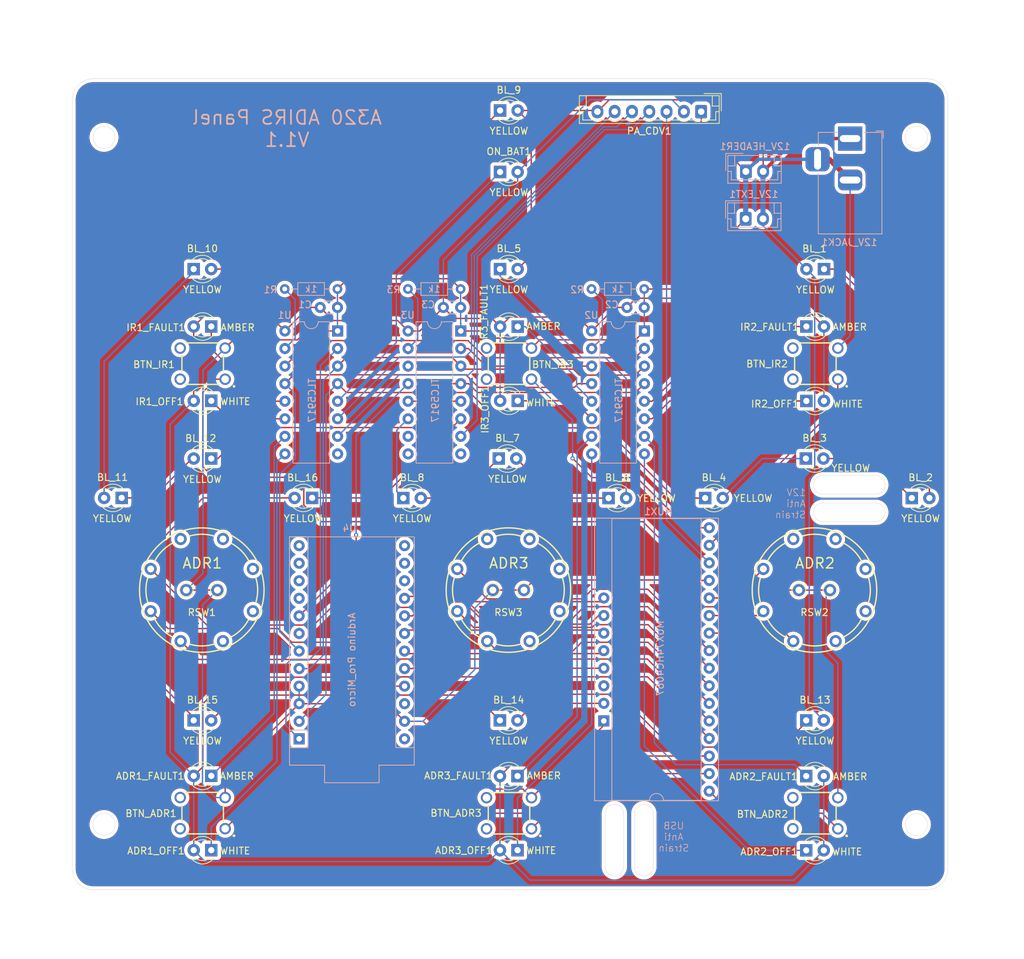
<source format=kicad_pcb>
(kicad_pcb (version 20240108) (generator "pcbnew") (generator_version "8.0")
  (title_block (title "A320 ADIRS Panel") (date "2024-11-28") (rev "V1.1") (company "S.K."))
  (layers (0 "F.Cu" signal) (31 "B.Cu" signal) (34 "B.Paste" user) (35 "F.Paste" user) (36 "B.SilkS" user "B.Silkscreen") (37 "F.SilkS" user "F.Silkscreen") (38 "B.Mask" user) (39 "F.Mask" user) (44 "Edge.Cuts" user))
  (net 0 "")
  (net 1 "12V_IN")
  (net 2 "GND")
  (net 3 "ADR1_FAULT")
  (net 4 "ADR1_OFF")
  (net 5 "+5V")
  (net 6 "ADR2_FAULT")
  (net 7 "ADR2_OFF")
  (net 8 "ADR3_FAULT")
  (net 9 "ADR3_OFF")
  (net 10 "Net-(BL_1-K)")
  (net 11 "Net-(BL_2-K)")
  (net 12 "Net-(BL_3-K)")
  (net 13 "BACKLIGHT_1")
  (net 14 "Net-(BL_5-K)")
  (net 15 "Net-(BL_6-K)")
  (net 16 "Net-(BL_7-K)")
  (net 17 "BACKLIGHT_2")
  (net 18 "Net-(BL_10-A)")
  (net 19 "Net-(BL_10-K)")
  (net 20 "Net-(BL_11-K)")
  (net 21 "BACKLIGHT_3")
  (net 22 "Net-(BL_13-K)")
  (net 23 "Net-(BL_14-K)")
  (net 24 "Net-(BL_15-K)")
  (net 25 "BACKLIGHT_4")
  (net 26 "IR1_FAULT")
  (net 28 "IR2_FAULT")
  (net 29 "BTN_ADR1")
  (net 30 "IR3_FAULT")
  (net 34 "BTN_ADR2")
  (net 37 "BTN_ADR3")
  (net 38 "BTN_IR1")
  (net 43 "BTN_IR2")
  (net 46 "BTN_IR3")
  (net 47 "ON_BAT")
  (net 53 "IR1_OFF")
  (net 54 "IR2_OFF")
  (net 55 "IR3_OFF")
  (net 56 "RSW_ADR1_OFF")
  (net 58 "RSW_ADR1_ATT")
  (net 59 "MUX1_DATA")
  (net 60 "RSW_ADR2_NAV")
  (net 61 "MUX_S0")
  (net 62 "MUX_S3")
  (net 65 "RSW_ADR3_ATT")
  (net 66 "Net-(U1-R-EXT)")
  (net 67 "Net-(U2-R-EXT)")
  (net 68 "Net-(U3-R-EXT)")
  (net 69 "RSW_ADR2_ATT")
  (net 70 "RSW_ADR1_NAV")
  (net 71 "RSW_ADR2_OFF")
  (net 82 "RSW_ADR3_NAV")
  (net 83 "RSW_ADR3_OFF")
  (net 93 "CDV_OFF")
  (net 95 "BTN_CDV_OFF")
  (net 99 "MUX_S2")
  (net 100 "MUX_S1")
  (net 101 "OSH_DOUT1")
  (net 102 "OSH_CLOCK")
  (net 103 "OSH_DIN")
  (net 104 "OUT_BRT_LED")
  (net 105 "OSH_LATCH")
  (net 106 "OSH_DOUT2")
  (net 107 "OUT_BRT_BACK")
  (net 108 "PA_IN_USE")
  (net 109 "BACKLIGHT_EXT")
  (footprint "LED_THT:LED_D3.0mm" (layer "F.Cu") (at 178.6382 124.968)
    (property "Reference" "BL_13")
    (property "Value" "YELLOW")
  )
  (footprint "LED_THT:LED_D3.0mm" (layer "F.Cu") (at 181.2136 59.69 180)
    (property "Reference" "BL_1")
    (property "Value" "YELLOW")
  )
  (footprint "LED_THT:LED_D3.0mm" (layer "F.Cu") (at 92.6338 78.74 180)
    (property "Reference" "IR1_OFF1")
    (property "Value" "WHITE")
  )
  (footprint "My:SR16-AB" (layer "F.Cu") (at 179.832 106.1212)
    (property "Reference" "RSW2")
    (property "Value" "ADR2")
  )
  (footprint "LED_THT:LED_D3.0mm" (layer "F.Cu") (at 120.396 92.8116)
    (property "Reference" "BL_8")
    (property "Value" "YELLOW")
  )
  (footprint "LED_THT:LED_D3.0mm" (layer "F.Cu") (at 150.0632 92.8116)
    (property "Reference" "BL_6")
    (property "Value" "YELLOW")
  )
  (footprint "LED_THT:LED_D3.0mm" (layer "F.Cu") (at 134.3814 59.69)
    (property "Reference" "BL_5")
    (property "Value" "YELLOW")
  )
  (footprint "SamacSys_Parts:B3F1000" (layer "F.Cu") (at 135.6747 138.3945)
    (property "Reference" "BTN_ADR3")
    (property "Value" "B3F-1055" (hide yes))
  )
  (footprint "My:SR16-AB" (layer "F.Cu") (at 135.5852 106.1212)
    (property "Reference" "RSW3")
    (property "Value" "ADR3")
  )
  (footprint "LED_THT:LED_D3.0mm" (layer "F.Cu") (at 134.356 124.968)
    (property "Reference" "BL_14")
    (property "Value" "YELLOW")
  )
  (footprint "LED_THT:LED_D3.0mm" (layer "F.Cu") (at 134.3814 36.7538)
    (property "Reference" "BL_9")
    (property "Value" "YELLOW")
  )
  (footprint "LED_THT:LED_D3.0mm" (layer "F.Cu") (at 136.906 143.7386 180)
    (property "Reference" "ADR3_OFF1")
    (property "Value" "WHITE")
  )
  (footprint "My:SR16-AB" (layer "F.Cu") (at 91.2622 106.1212)
    (property "Reference" "RSW1")
    (property "Value" "ADR1")
  )
  (footprint "SamacSys_Parts:B3F1000" (layer "F.Cu") (at 91.3892 73.3705)
    (property "Reference" "BTN_IR1")
    (property "Value" "B3F-1055" (hide yes))
  )
  (footprint "LED_THT:LED_D3.0mm" (layer "F.Cu") (at 134.1882 87.0966)
    (property "Reference" "BL_7")
    (property "Value" "YELLOW")
  )
  (footprint "LED_THT:LED_D3.0mm" (layer "F.Cu") (at 164.0332 92.8116)
    (property "Reference" "BL_4")
    (property "Value" "YELLOW")
  )
  (footprint "LED_THT:LED_D3.0mm" (layer "F.Cu") (at 136.9314 68.0212 180)
    (property "Reference" "IR3_FAULT1")
    (property "Value" "AMBER")
  )
  (footprint "LED_THT:LED_D3.0mm" (layer "F.Cu") (at 134.3814 45.6438)
    (property "Reference" "ON_BAT1")
    (property "Value" "YELLOW")
  )
  (footprint "LED_THT:LED_D3.0mm" (layer "F.Cu") (at 107.2134 92.7862 180)
    (property "Reference" "BL_16")
    (property "Value" "YELLOW")
  )
  (footprint "LED_THT:LED_D3.0mm" (layer "F.Cu") (at 193.9036 92.8116)
    (property "Reference" "BL_2")
    (property "Value" "YELLOW")
  )
  (footprint "SamacSys_Parts:B3F1000" (layer "F.Cu") (at 179.9602 138.394)
    (property "Reference" "BTN_ADR2")
    (property "Value" "B3F-1055" (hide yes))
  )
  (footprint "LED_THT:LED_D3.0mm" (layer "F.Cu") (at 178.6382 143.764)
    (property "Reference" "ADR2_OFF1")
    (property "Value" "WHITE")
  )
  (footprint "LED_THT:LED_D3.0mm" (layer "F.Cu") (at 136.906 133.0198 180)
    (property "Reference" "ADR3_FAULT1")
    (property "Value" "AMBER")
  )
  (footprint "LED_THT:LED_D3.0mm" (layer "F.Cu") (at 92.6338 67.9958 180)
    (property "Reference" "IR1_FAULT1")
    (property "Value" "AMBER")
  )
  (footprint "LED_THT:LED_D3.0mm" (layer "F.Cu") (at 178.6382 133.0198)
    (property "Reference" "ADR2_FAULT1")
    (property "Value" "AMBER")
  )
  (footprint "SamacSys_Parts:B3F1000" (layer "F.Cu") (at 135.6747 73.3705)
    (property "Reference" "BTN_IR3")
    (property "Value" "B3F-1055" (hide yes))
  )
  (footprint "LED_THT:LED_D3.0mm" (layer "F.Cu") (at 92.6338 87.0966 180)
    (property "Reference" "BL_12")
    (property "Value" "YELLOW")
  )
  (footprint "Connector_JST:JST_EH_B7B-EH-A_1x07_P2.50mm_Vertical" (layer "F.Cu") (at 163.45 36.92 180)
    (property "Reference" "PA_CDV1")
    (property "Value" "Pin Header")
  )
  (footprint "SamacSys_Parts:B3F1000" (layer "F.Cu") (at 91.3892 138.3792)
    (property "Reference" "BTN_ADR1")
    (property "Value" "B3F-1055" (hide yes))
  )
  (footprint "LED_THT:LED_D3.0mm" (layer "F.Cu") (at 178.5874 87.0966)
    (property "Reference" "BL_3")
    (property "Value" "YELLOW")
  )
  (footprint "LED_THT:LED_D3.0mm" (layer "F.Cu") (at 90.0838 59.69)
    (property "Reference" "BL_10")
    (property "Value" "YELLOW")
  )
  (footprint "LED_THT:LED_D3.0mm" (layer "F.Cu") (at 90.0838 124.968)
    (property "Reference" "BL_15")
    (property "Value" "YELLOW")
  )
  (footprint "LED_THT:LED_D3.0mm" (layer "F.Cu") (at 92.6338 143.7386 180)
    (property "Reference" "ADR1_OFF1")
    (property "Value" "WHITE")
  )
  (footprint "LED_THT:LED_D3.0mm" (layer "F.Cu") (at 178.6636 67.9958)
    (property "Reference" "IR2_FAULT1")
    (property "Value" "AMBER")
  )
  (footprint "LED_THT:LED_D3.0mm" (layer "F.Cu") (at 79.6798 92.7862 180)
    (property "Reference" "BL_11")
    (property "Value" "YELLOW")
  )
  (footprint "SamacSys_Parts:B3F1000" (layer "F.Cu") (at 179.9602 73.3705)
    (property "Reference" "BTN_IR2")
    (property "Value" "B3F-1055" (hide yes))
  )
  (footprint "LED_THT:LED_D3.0mm" (layer "F.Cu") (at 136.9314 78.74 180)
    (property "Reference" "IR3_OFF1")
    (property "Value" "WHITE")
  )
  (footprint "LED_THT:LED_D3.0mm" (layer "F.Cu") (at 178.6636 78.7654)
    (property "Reference" "IR2_OFF1")
    (property "Value" "WHITE")
  )
  (footprint "LED_THT:LED_D3.0mm" (layer "F.Cu") (at 92.6338 132.9944 180)
    (property "Reference" "ADR1_FAULT1")
    (property "Value" "AMBER")
  )
  (footprint "My:MUX74HC4067" (layer "B.Cu") (at 157.5308 115.9764 180)
    (property "Reference" "MUX1")
    (property "Value" "MUX74HC4067")
  )
  (footprint "Capacitor_THT:C_Disc_D3.0mm_W1.6mm_P2.50mm" (layer "B.Cu") (at 108.378 65.2398)
    (property "Reference" "C1")
    (property "Value" "0.1uF Ceramic" (hide yes))
  )
  (footprint "Capacitor_THT:C_Disc_D3.0mm_W1.6mm_P2.50mm" (layer "B.Cu") (at 126.1834 65.2398)
    (property "Reference" "C3")
    (property "Value" "0.1uF Ceramic" (hide yes))
  )
  (footprint "Package_DIP:DIP-16_W7.62mm" (layer "B.Cu") (at 110.898 68.6434 180)
    (property "Reference" "U1")
    (property "Value" "TLC5917")
  )
  (footprint "Capacitor_THT:C_Disc_D3.0mm_W1.6mm_P2.50mm" (layer "B.Cu") (at 152.7264 65.2398)
    (property "Reference" "C2")
    (property "Value" "0.1uF Ceramic" (hide yes))
  )
  (footprint "Arduino:Sparkfun_Pro_Micro" (layer "B.Cu") (at 120.5738 99.695 180)
    (property "Reference" "U4")
    (property "Value" "Arduino Pro_Micro")
  )
  (footprint "Resistor_THT:R_Axial_DIN0204_L3.6mm_D1.6mm_P7.62mm_Horizontal" (layer "B.Cu") (at 121.058 62.5728)
    (property "Reference" "R3")
    (property "Value" "1k")
  )
  (footprint "Connector_JST:JST_EH_B2B-EH-A_1x02_P2.50mm_Vertical" (layer "B.Cu") (at 169.8898 52.4256)
    (property "Reference" "12V_EXT1")
    (property "Value" "Pin Header" (hide yes))
  )
  (footprint "Package_DIP:DIP-16_W7.62mm" (layer "B.Cu") (at 128.7034 68.6434 180)
    (property "Reference" "U3")
    (property "Value" "TLC5917")
  )
  (footprint "Connector_JST:JST_EH_B2B-EH-A_1x02_P2.50mm_Vertical" (layer "B.Cu") (at 169.9152 45.5676)
    (property "Reference" "12V_HEADER1")
    (property "Value" "Pin Header" (hide yes))
  )
  (footprint "Package_DIP:DIP-16_W7.62mm" (layer "B.Cu") (at 155.2464 68.6434 180)
    (property "Reference" "U2")
    (property "Value" "TLC5917")
  )
  (footprint "Resistor_THT:R_Axial_DIN0204_L3.6mm_D1.6mm_P7.62mm_Horizontal" (layer "B.Cu") (at 147.601 62.5728)
    (property "Reference" "R2")
    (property "Value" "1k")
  )
  (footprint "Connector_BarrelJack:BarrelJack_Horizontal" (layer "B.Cu") (at 184.9805 40.8122 90)
    (property "Reference" "12V_JACK1")
    (property "Value" "Power Jack")
  )
  (footprint "Resistor_THT:R_Axial_DIN0204_L3.6mm_D1.6mm_P7.62mm_Horizontal" (layer "B.Cu") (at 103.2526 62.5728)
    (property "Reference" "R1")
    (property "Value" "1k")
  )
  (gr_line (start 75.5424 32.1643) (end 196.115 32.1643) (stroke (width 0.05)) (layer "Edge.Cuts"))
  (gr_arc (start 199.115 146.4503) (mid 198.23632 148.57162) (end 196.115 149.4503) (stroke (width 0.05)) (layer "Edge.Cuts"))
  (gr_line (start 152.24639 146.12224) (end 152.24639 138.4554) (stroke (width 0.05)) (layer "Edge.Cuts"))
  (gr_circle (center 194.564 140.0302) (end 196.164 140.0302) (stroke (width 0.05)) (fill none) (layer "Edge.Cuts"))
  (gr_line (start 196.115 149.4503) (end 75.5424 149.4503) (stroke (width 0.05)) (layer "Edge.Cuts"))
  (gr_line (start 181.02382 89.56282) (end 188.69462 89.56282) (stroke (width 0.05)) (layer "Edge.Cuts"))
  (gr_line (start 181.02778 92.2528) (end 188.69462 92.2528) (stroke (width 0.05)) (layer "Edge.Cuts"))
  (gr_arc (start 152.2476 146.12224) (mid 150.90261 147.46729) (end 149.55762 146.12224) (stroke (width 0.05)) (layer "Edge.Cuts"))
  (gr_arc (start 196.115 32.1643) (mid 198.23632 33.04298) (end 199.115 35.1643) (stroke (width 0.05)) (layer "Edge.Cuts"))
  (gr_arc (start 156.51601 146.1262) (mid 155.17102 147.4712) (end 153.82603 146.1262) (stroke (width 0.05)) (layer "Edge.Cuts"))
  (gr_circle (center 77.124873 140.0302) (end 78.724873 140.0302) (stroke (width 0.05)) (fill none) (layer "Edge.Cuts"))
  (gr_arc (start 188.69457 93.53061) (mid 190.03949 94.8756) (end 188.69457 96.22059) (stroke (width 0.05)) (layer "Edge.Cuts"))
  (gr_line (start 72.5424 146.4503) (end 72.5424 35.1643) (stroke (width 0.05)) (layer "Edge.Cuts"))
  (gr_line (start 153.82482 146.13016) (end 153.82482 138.45936) (stroke (width 0.05)) (layer "Edge.Cuts"))
  (gr_line (start 181.02773 96.22059) (end 188.69457 96.22059) (stroke (width 0.05)) (layer "Edge.Cuts"))
  (gr_line (start 199.115 35.1643) (end 199.115 146.4503) (stroke (width 0.05)) (layer "Edge.Cuts"))
  (gr_arc (start 72.5424 35.1643) (mid 73.42108 33.04298) (end 75.5424 32.1643) (stroke (width 0.05)) (layer "Edge.Cuts"))
  (gr_arc (start 188.69462 89.56282) (mid 190.03958 90.9078) (end 188.69462 92.2528) (stroke (width 0.05)) (layer "Edge.Cuts"))
  (gr_line (start 156.5148 146.1262) (end 156.5148 138.45936) (stroke (width 0.05)) (layer "Edge.Cuts"))
  (gr_arc (start 181.02778 92.25401) (mid 179.68269 90.909) (end 181.02778 89.56403) (stroke (width 0.05)) (layer "Edge.Cuts"))
  (gr_line (start 181.02377 93.53061) (end 188.69457 93.53061) (stroke (width 0.05)) (layer "Edge.Cuts"))
  (gr_circle (center 194.564 40.64) (end 196.164 40.64) (stroke (width 0.05)) (fill none) (layer "Edge.Cuts"))
  (gr_arc (start 149.55641 138.4554) (mid 150.9014 137.1104) (end 152.24639 138.4554) (stroke (width 0.05)) (layer "Edge.Cuts"))
  (gr_arc (start 181.02773 96.2218) (mid 179.6827 94.8768) (end 181.02773 93.53182) (stroke (width 0.05)) (layer "Edge.Cuts"))
  (gr_arc (start 153.82482 138.45936) (mid 155.16981 137.11441) (end 156.5148 138.45936) (stroke (width 0.05)) (layer "Edge.Cuts"))
  (gr_circle (center 77.124873 40.64) (end 78.724873 40.64) (stroke (width 0.05)) (fill none) (layer "Edge.Cuts"))
  (gr_arc (start 75.5424 149.4503) (mid 73.42108 148.57162) (end 72.5424 146.4503) (stroke (width 0.05)) (layer "Edge.Cuts"))
  (gr_line (start 149.55641 146.1262) (end 149.55641 138.4554) (stroke (width 0.05)) (layer "Edge.Cuts"))
  (gr_text "USB\nAnti\nStrain" (at 159.4866 144.018 0) (layer "B.SilkS") (effects (font (size 1 1) (thickness 0.1)) (justify bottom mirror)))
  (gr_text "${TITLE}\n${REVISION}\n" (at 103.5812 42.164 0) (layer "B.SilkS") (effects (font (size 2 2) (thickness 0.25)) (justify bottom mirror)))
  (gr_text "12V\nAnti\nStrain" (at 178.6382 95.8088 0) (layer "B.SilkS") (effects (font (size 1 1) (thickness 0.1)) (justify left bottom mirror)))
  (segment (start 184.9805 40.8122) (end 177.1706 40.8122) (width 0.5) (layer "F.Cu") (net 1))
  (segment (start 165.84 35.21) (end 150.16 35.21) (width 0.2) (layer "F.Cu") (net 1))
  (segment (start 138.8872 57.7242) (end 138.8872 38.7196) (width 0.2) (layer "F.Cu") (net 1))
  (segment (start 136.9214 59.69) (end 138.8872 57.7242) (width 0.2) (layer "F.Cu") (net 1))
  (segment (start 136.9214 36.7538) (end 148.2838 36.7538) (width 0.2) (layer "F.Cu") (net 1))
  (segment (start 177.1706 40.8122) (end 172.4152 45.5676) (width 0.5) (layer "F.Cu") (net 1))
  (segment (start 150.16 35.21) (end 148.45 36.92) (width 0.2) (layer "F.Cu") (net 1))
  (segment (start 138.8872 38.7196) (end 136.9214 36.7538) (width 0.2) (layer "F.Cu") (net 1))
  (segment (start 172.4152 45.5676) (end 172.4152 41.7852) (width 0.2) (layer "F.Cu") (net 1))
  (segment (start 172.4152 41.7852) (end 165.84 35.21) (width 0.2) (layer "F.Cu") (net 1))
  (segment (start 179.8671 60.8835) (end 179.8671 89.304757) (width 0.2) (layer "B.Cu") (net 1))
  (segment (start 179.07 90.101857) (end 179.07 122.8598) (width 0.2) (layer "B.Cu") (net 1))
  (segment (start 178.6736 59.69) (end 179.8671 60.8835) (width 0.2) (layer "B.Cu") (net 1))
  (segment (start 172.3898 53.4062) (end 172.3898 52.4256) (width 0.2) (layer "B.Cu") (net 1))
  (segment (start 179.8671 89.304757) (end 179.07 90.101857) (width 0.2) (layer "B.Cu") (net 1))
  (segment (start 172.3898 52.4256) (end 172.3898 45.593) (width 0.75) (layer "B.Cu") (net 1))
  (segment (start 179.07 122.8598) (end 181.1782 124.968) (width 0.2) (layer "B.Cu") (net 1))
  (segment (start 178.6736 59.69) (end 172.3898 53.4062) (width 0.2) (layer "B.Cu") (net 1))
  (segment (start 105.3338 122.555) (end 118.0338 122.555) (width 0.2) (layer "F.Cu") (net 2))
  (segment (start 94.6392 133.2496) (end 105.3338 122.555) (width 0.2) (layer "F.Cu") (net 2))
  (segment (start 137.6796 134.8994) (end 138.9247 136.1445) (width 0.2) (layer "F.Cu") (net 2))
  (segment (start 123.2662 125.095) (end 133.0706 134.8994) (width 0.2) (layer "F.Cu") (net 2))
  (segment (start 132.567391 69.6722) (end 137.4764 69.6722) (width 0.2) (layer "F.Cu") (net 2))
  (segment (start 139.2974 104.659) (end 158.3292 104.659) (width 0.2) (layer "F.Cu") (net 2))
  (segment (start 158.3292 104.659) (end 162.2044 108.5342) (width 0.2) (layer "F.Cu") (net 2))
  (segment (start 131.538591 68.6434) (end 132.567391 69.6722) (width 0.2) (layer "F.Cu") (net 2))
  (segment (start 94.6392 71.1205) (end 95.8335 69.9262) (width 0.2) (layer "F.Cu") (net 2))
  (segment (start 94.6392 136.1292) (end 94.6392 133.2496) (width 0.2) (layer "F.Cu") (net 2))
  (segment (start 110.8726 62.5728) (end 112.3584 61.087) (width 0.2) (layer "F.Cu") (net 2))
  (segment (start 112.3584 61.087) (end 127.1922 61.087) (width 0.2) (layer "F.Cu") (net 2))
  (segment (start 137.4764 69.6722) (end 138.9247 71.1205) (width 0.2) (layer "F.Cu") (net 2))
  (segment (start 140.119 69.9262) (end 153.9636 69.9262) (width 0.2) (layer "F.Cu") (net 2))
  (segment (start 162.2044 108.5342) (end 170.2752 108.5342) (width 0.2) (layer "F.Cu") (net 2))
  (segment (start 170.2752 108.5342) (end 172.6882 106.1212) (width 0.2) (layer "F.Cu") (net 2))
  (segment (start 177.582 106.1212) (end 182.082 106.1212) (width 0.2) (layer "F.Cu") (net 2))
  (segment (start 133.0706 134.8994) (end 137.6796 134.8994) (width 0.2) (layer "F.Cu") (net 2))
  (segment (start 105.1052 69.9262) (end 106.388 68.6434) (width 0.2) (layer "F.Cu") (net 2))
  (segment (start 120.5738 125.095) (end 123.2662 125.095) (width 0.2) (layer "F.Cu") (net 2))
  (segment (start 95.8335 69.9262) (end 105.1052 69.9262) (width 0.2) (layer "F.Cu") (net 2))
  (segment (start 163.45 39.1024) (end 169.9152 45.5676) (width 0.2) (layer "F.Cu") (net 2))
  (segment (start 133.3352 106.1212) (end 137.8352 106.1212) (width 0.2) (layer "F.Cu") (net 2))
  (segment (start 106.388 68.6434) (end 110.898 68.6434) (width 0.2) (layer "F.Cu") (net 2))
  (segment (start 138.9247 136.1445) (end 149.3774 125.6918) (width 0.2) (layer "F.Cu") (net 2))
  (segment (start 181.9805 43.8122) (end 184.9805 46.8122) (width 0.75) (layer "F.Cu") (net 2))
  (segment (start 137.8352 106.1212) (end 139.2974 104.659) (width 0.2) (layer "F.Cu") (net 2))
  (segment (start 118.0338 122.555) (end 120.5738 125.095) (width 0.2) (layer "F.Cu") (net 2))
  (segment (start 153.9636 69.9262) (end 155.2464 68.6434) (width 0.2) (layer "F.Cu") (net 2))
  (segment (start 180.2805 43.8122) (end 181.9805 43.8122) (width 0.2) (layer "F.Cu") (net 2))
  (segment (start 155.221 62.5728) (end 159.7426 62.5728) (width 0.2) (layer "F.Cu") (net 2))
  (segment (start 89.0122 106.1212) (end 93.5122 106.1212) (width 0.2) (layer "F.Cu") (net 2))
  (segment (start 138.9247 71.1205) (end 140.119 69.9262) (width 0.2) (layer "F.Cu") (net 2))
  (segment (start 128.7034 68.6434) (end 131.538591 68.6434) (width 0.2) (layer "F.Cu") (net 2))
  (segment (start 159.7426 62.5728) (end 169.8898 52.4256) (width 0.2) (layer "F.Cu") (net 2))
  (segment (start 172.6882 106.1212) (end 177.582 106.1212) (width 0.2) (layer "F.Cu") (net 2))
  (segment (start 163.45 36.92) (end 163.45 39.1024) (width 0.2) (layer "F.Cu") (net 2))
  (segment (start 127.1922 61.087) (end 128.678 62.5728) (width 0.2) (layer "F.Cu") (net 2))
  (segment (start 128.678 65.2344) (end 128.678 62.5728) (width 0.2) (layer "B.Cu") (net 2))
  (segment (start 155.221 65.2344) (end 155.221 62.5728) (width 0.2) (layer "B.Cu") (net 2))
  (segment (start 183.2102 136.144) (end 183.2102 116.682) (width 0.2) (layer "B.Cu") (net 2))
  (segment (start 110.878 65.2398) (end 110.878 68.6234) (width 0.2) (layer "B.Cu") (net 2))
  (segment (start 91.3638 108.2696) (end 93.5122 106.1212) (width 0.2) (layer "B.Cu") (net 2))
  (segment (start 94.6392 71.1205) (end 91.4338 74.3259) (width 0.2) (layer "B.Cu") (net 2))
  (segment (start 128.6834 67.5233) (end 128.6834 65.2398) (width 0.2) (layer "B.Cu") (net 2))
  (segment (start 91.3638 134.239) (end 91.3638 108.2696) (width 0.2) (layer "B.Cu") (net 2))
  (segment (start 181.527607 106.675593) (end 181.527607 114.999407) (width 0.2) (layer "B.Cu") (net 2))
  (segment (start 94.6392 136.1292) (end 93.254 136.1292) (width 0.2) (layer "B.Cu") (net 2))
  (segment (start 184.9805 69.3502) (end 183.2102 71.1205) (width 0.2) (layer "B.Cu") (net 2))
  (segment (start 93.254 136.1292) (end 91.3638 134.239) (width 0.2) (layer "B.Cu") (net 2))
  (segment (start 105.3338 120.015) (end 105.3338 122.555) (width 0.2) (layer "B.Cu") (net 2))
  (segment (start 171.6706 43.8122) (end 169.9152 45.5676) (width 0.5) (layer "B.Cu") (net 2))
  (segment (start 184.9805 46.8122) (end 184.9805 69.3502) (width 0.2) (layer "B.Cu") (net 2))
  (segment (start 128.7034 68.6434) (end 128.7034 67.5433) (width 0.2) (layer "B.Cu") (net 2))
  (segment (start 155.2264 67.5233) (end 155.2264 65.2398) (width 0.2) (layer "B.Cu") (net 2))
  (segment (start 155.2464 67.5433) (end 155.2264 67.5233) (width 0.2) (layer "B.Cu") (net 2))
  (segment (start 169.8898 52.4256) (end 169.8898 45.593) (width 0.75) (layer "B.Cu") (net 2))
  (segment (start 182.082 106.1212) (end 181.527607 106.675593) (width 0.2) (layer "B.Cu") (net 2))
  (segment (start 155.2464 68.6434) (end 155.2464 67.5433) (width 0.2) (layer "B.Cu") (net 2))
  (segment (start 91.4338 103.6996) (end 89.0122 106.1212) (width 0.2) (layer "B.Cu") (net 2))
  (segment (start 130.7338 108.7226) (end 130.7338 117.602) (width 0.2) (layer "B.Cu") (net 2))
  (segment (start 123.2408 125.095) (end 120.5738 125.095) (width 0.2) (layer "B.Cu") (net 2))
  (segment (start 130.7338 117.602) (end 123.2408 125.095) (width 0.2) (layer "B.Cu") (net 2))
  (segment (start 133.3352 106.1212) (end 130.7338 108.7226) (width 0.2) (layer "B.Cu") (net 2))
  (segment (start 128.7034 67.5433) (end 128.6834 67.5233) (width 0.2) (layer "B.Cu") (net 2))
  (segment (start 180.2805 43.8122) (end 171.6706 43.8122) (width 0.5) (layer "B.Cu") (net 2))
  (segment (start 181.527607 114.999407) (end 183.2102 116.682) (width 0.2) (layer "B.Cu") (net 2))
  (segment (start 110.8726 65.2344) (end 110.8726 62.5728) (width 0.2) (layer "B.Cu") (net 2))
  (segment (start 91.4338 74.3259) (end 91.4338 103.6996) (width 0.2) (layer "B.Cu") (net 2))
  (segment (start 92.6338 132.9944) (end 101.727 123.9012) (width 0.2) (layer "B.Cu") (net 3))
  (segment (start 101.727 123.9012) (end 101.727 85.4344) (width 0.2) (layer "B.Cu") (net 3))
  (segment (start 101.727 85.4344) (end 103.278 83.8834) (width 0.2) (layer "B.Cu") (net 3))
  (segment (start 102.127 130.8926) (end 92.6338 140.3858) (width 0.2) (layer "B.Cu") (net 4))
  (segment (start 92.6338 140.3858) (end 92.6338 143.7386) (width 0.2) (layer "B.Cu") (net 4))
  (segment (start 102.127 87.5744) (end 102.127 130.8926) (width 0.2) (layer "B.Cu") (net 4))
  (segment (start 103.278 86.4234) (end 102.127 87.5744) (width 0.2) (layer "B.Cu") (net 4))
  (segment (start 134.3914 68.0212) (end 133.1976 66.8274) (width 0.2) (layer "F.Cu") (net 5))
  (segment (start 135.7884 66.6242) (end 145.6072 66.6242) (width 0.2) (layer "F.Cu") (net 5))
  (segment (start 147.6264 68.6434) (end 151.03 65.2398) (width 0.2) (layer "F.Cu") (net 5))
  (segment (start 91.6178 66.4718) (end 101.1064 66.4718) (width 0.2) (layer "F.Cu") (net 5))
  (segment (start 145.6072 66.6242) (end 147.6264 68.6434) (width 0.2) (layer "F.Cu") (net 5))
  (segment (start 90.0938 132.9944) (end 91.4238 131.6644) (width 0.2) (layer "F.Cu") (net 5))
  (segment (start 117.3226 118.7196) (end 118.618 120.015) (width 0.2) (layer "F.Cu") (net 5))
  (segment (start 133.1976 66.8274) (end 127.771 66.8274) (width 0.2) (layer "F.Cu") (net 5))
  (segment (start 118.618 120.015) (end 120.5738 120.015) (width 0.2) (layer "F.Cu") (net 5))
  (segment (start 121.0834 68.6434) (end 122.7798 68.6434) (width 0.2) (layer "F.Cu") (net 5))
  (segment (start 134.366 133.0198) (end 144.8816 122.5042) (width 0.2) (layer "F.Cu") (net 5))
  (segment (start 177.1142 63.9064) (end 181.2036 67.9958) (width 0.2) (layer "F.Cu") (net 5))
  (segment (start 101.1064 66.4718) (end 103.278 68.6434) (width 0.2) (layer "F.Cu") (net 5))
  (segment (start 110.2704 67.1322) (end 119.5722 67.1322) (width 0.2) (layer "F.Cu") (net 5))
  (segment (start 103.278 68.6434) (end 106.6816 65.2398) (width 0.2) (layer "F.Cu") (net 5))
  (segment (start 154.0598 63.9064) (end 177.1142 63.9064) (width 0.2) (layer "F.Cu") (net 5))
  (segment (start 144.8816 122.5042) (end 149.3774 122.5042) (width 0.2) (layer "F.Cu") (net 5))
  (segment (start 152.7264 65.2398) (end 154.0598 63.9064) (width 0.2) (layer "F.Cu") (net 5))
  (segment (start 90.0938 67.9958) (end 91.6178 66.4718) (width 0.2) (layer "F.Cu") (net 5))
  (segment (start 90.0938 78.74) (end 90.0938 67.9958) (width 0.2) (layer "F.Cu") (net 5))
  (segment (start 127.771 66.8274) (end 126.1834 65.2398) (width 0.2) (layer "F.Cu") (net 5))
  (segment (start 151.03 65.2398) (end 152.7264 65.2398) (width 0.2) (layer "F.Cu") (net 5))
  (segment (start 122.7798 68.6434) (end 126.1834 65.2398) (width 0.2) (layer "F.Cu") (net 5))
  (segment (start 108.378 65.2398) (end 110.2704 67.1322) (width 0.2) (layer "F.Cu") (net 5))
  (segment (start 134.3914 68.0212) (end 135.7884 66.6242) (width 0.2) (layer "F.Cu") (net 5))
  (segment (start 91.4238 122.5458) (end 95.25 118.7196) (width 0.2) (layer "F.Cu") (net 5))
  (segment (start 119.5722 67.1322) (end 121.0834 68.6434) (width 0.2) (layer "F.Cu") (net 5))
  (segment (start 106.6816 65.2398) (end 108.378 65.2398) (width 0.2) (layer "F.Cu") (net 5))
  (segment (start 95.25 118.7196) (end 117.3226 118.7196) (width 0.2) (layer "F.Cu") (net 5))
  (segment (start 91.4238 131.6644) (end 91.4238 122.5458) (width 0.2) (layer "F.Cu") (net 5))
  (segment (start 176.86841 148.07379) (end 181.1782 143.764) (width 0.2) (layer "B.Cu") (net 5))
  (segment (start 134.3914 68.0212) (end 134.3914 78.74) (width 0.2) (layer "B.Cu") (net 5))
  (segment (start 134.366 133.0198) (end 134.366 143.7386) (width 0.2) (layer "B.Cu") (net 5))
  (segment (start 136.9214 47.6096) (end 136.9214 45.6438) (width 0.2) (layer "B.Cu") (net 5))
  (segment (start 86.6902 82.1436) (end 90.0938 78.74) (width 0.2) (layer "B.Cu") (net 5))
  (segment (start 90.0938 143.7386) (end 91.7448 145.3896) (width 0.2) (layer "B.Cu") (net 5))
  (segment (start 132.715 145.3896) (end 134.366 143.7386) (width 0.2) (layer "B.Cu") (net 5))
  (segment (start 134.366 143.7386) (end 138.70119 148.07379) (width 0.2) (layer "B.Cu") (net 5))
  (segment (start 181.1782 133.0198) (end 181.1782 143.764) (width 0.2) (layer "B.Cu") (net 5))
  (segment (start 138.70119 148.07379) (end 176.86841 148.07379) (width 0.2) (layer "B.Cu") (net 5))
  (segment (start 126.1834 58.3476) (end 136.9214 47.6096) (width 0.2) (layer "B.Cu") (net 5))
  (segment (start 90.0938 132.9944) (end 86.6902 129.5908) (width 0.2) (layer "B.Cu") (net 5))
  (segment (start 90.0938 143.7386) (end 90.0938 132.9944) (width 0.2) (layer "B.Cu") (net 5))
  (segment (start 136.9214 45.6438) (end 147.3752 35.19) (width 0.2) (layer "B.Cu") (net 5))
  (segment (start 86.6902 129.5908) (end 86.6902 82.1436) (width 0.2) (layer "B.Cu") (net 5))
  (segment (start 126.1834 65.2398) (end 126.1834 58.3476) (width 0.2) (layer "B.Cu") (net 5))
  (segment (start 181.2036 67.9958) (end 181.2036 78.7654) (width 0.2) (layer "B.Cu") (net 5))
  (segment (start 91.7448 145.3896) (end 132.715 145.3896) (width 0.2) (layer "B.Cu") (net 5))
  (segment (start 147.3752 35.19) (end 159.22 35.19) (width 0.2) (layer "B.Cu") (net 5))
  (segment (start 159.22 35.19) (end 160.95 36.92) (width 0.2) (layer "B.Cu") (net 5))
  (segment (start 176.9872 131.3688) (end 178.6382 133.0198) (width 0.2) (layer "B.Cu") (net 6))
  (segment (start 156.6862 128.2382) (end 159.8168 131.3688) (width 0.2) (layer "B.Cu") (net 6))
  (segment (start 159.8168 131.3688) (end 176.9872 131.3688) (width 0.2) (layer "B.Cu") (net 6))
  (segment (start 155.2464 83.8834) (end 156.6862 85.3232) (width 0.2) (layer "B.Cu") (net 6))
  (segment (start 156.6862 85.3232) (end 156.6862 128.2382) (width 0.2) (layer "B.Cu") (net 6))
  (segment (start 170.3324 143.764) (end 155.2464 128.678) (width 0.2) (layer "B.Cu") (net 7))
  (segment (start 155.2464 128.678) (end 155.2464 86.4234) (width 0.2) (layer "B.Cu") (net 7))
  (segment (start 178.6382 143.764) (end 170.3324 143.764) (width 0.2) (layer "B.Cu") (net 7))
  (segment (start 145.5166 85.9932) (end 145.5166 124.4092) (width 0.2) (layer "B.Cu") (net 8))
  (segment (start 145.5166 124.4092) (end 136.906 133.0198) (width 0.2) (layer "B.Cu") (net 8))
  (segment (start 147.6264 83.8834) (end 145.5166 85.9932) (width 0.2) (layer "B.Cu") (net 8))
  (segment (start 136.906 143.7386) (end 136.906 136.2195) (width 0.2) (layer "B.Cu") (net 9))
  (segment (start 136.906 136.2195) (end 147.6264 125.4991) (width 0.2) (layer "B.Cu") (net 9))
  (segment (start 147.6264 125.4991) (end 147.6264 86.4234) (width 0.2) (layer "B.Cu") (net 9))
  (segment (start 181.2136 59.69) (end 183.3118 59.69) (width 0.2) (layer "F.Cu") (net 10))
  (segment (start 196.4436 92.8116) (end 196.4436 72.8218) (width 0.2) (layer "F.Cu") (net 10))
  (segment (start 196.4436 72.8218) (end 183.3118 59.69) (width 0.2) (layer "F.Cu") (net 10))
  (segment (start 188.1886 87.0966) (end 193.9036 92.8116) (width 0.2) (layer "F.Cu") (net 11))
  (segment (start 181.1274 87.0966) (end 188.1886 87.0966) (width 0.2) (layer "F.Cu") (net 11))
  (segment (start 178.5874 87.0966) (end 172.2882 87.0966) (width 0.2) (layer "B.Cu") (net 12))
  (segment (start 172.2882 87.0966) (end 166.5732 92.8116) (width 0.2) (layer "B.Cu") (net 12))
  (segment (start 159.639 92.8116) (end 149.479 82.6516) (width 0.2) (layer "F.Cu") (net 13))
  (segment (start 149.479 82.6516) (end 135.1026 82.6516) (width 0.2) (layer "F.Cu") (net 13))
  (segment (start 164.0332 92.8116) (end 159.639 92.8116) (width 0.2) (layer "F.Cu") (net 13))
  (segment (start 125.1078 78.8034) (end 121.0834 78.8034) (width 0.2) (layer "F.Cu") (net 13))
  (segment (start 129.9972 77.5462) (end 126.365 77.5462) (width 0.2) (layer "F.Cu") (net 13))
  (segment (start 126.365 77.5462) (end 125.1078 78.8034) (width 0.2) (layer "F.Cu") (net 13))
  (segment (start 135.1026 82.6516) (end 129.9972 77.5462) (width 0.2) (layer "F.Cu") (net 13))
  (segment (start 152.6032 75.515835) (end 149.528165 72.4408) (width 0.2) (layer "B.Cu") (net 14))
  (segment (start 146.1262 72.4408) (end 134.3814 60.696) (width 0.2) (layer "B.Cu") (net 14))
  (segment (start 134.3814 60.696) (end 134.3814 59.69) (width 0.2) (layer "B.Cu") (net 14))
  (segment (start 152.6032 92.8116) (end 152.6032 75.515835) (width 0.2) (layer "B.Cu") (net 14))
  (segment (start 149.528165 72.4408) (end 146.1262 72.4408) (width 0.2) (layer "B.Cu") (net 14))
  (segment (start 142.4432 92.8116) (end 136.7282 87.0966) (width 0.2) (layer "F.Cu") (net 15))
  (segment (start 150.0632 92.8116) (end 142.4432 92.8116) (width 0.2) (layer "F.Cu") (net 15))
  (segment (start 128.4732 92.8116) (end 134.1882 87.0966) (width 0.2) (layer "F.Cu") (net 16))
  (segment (start 122.936 92.8116) (end 128.4732 92.8116) (width 0.2) (layer "F.Cu") (net 16))
  (segment (start 119.4562 91.8718) (end 119.4562 82.9706) (width 0.2) (layer "B.Cu") (net 17))
  (segment (start 119.4562 82.9706) (end 121.0834 81.3434) (width 0.2) (layer "B.Cu") (net 17))
  (segment (start 120.396 92.8116) (end 119.4562 91.8718) (width 0.2) (layer "B.Cu") (net 17))
  (segment (start 111.4452 59.69) (end 92.6238 59.69) (width 0.2) (layer "F.Cu") (net 18))
  (segment (start 111.4452 59.69) (end 134.3814 36.7538) (width 0.2) (layer "F.Cu") (net 18))
  (segment (start 90.0838 60.1014) (end 77.1398 73.0454) (width 0.2) (layer "B.Cu") (net 19))
  (segment (start 77.1398 92.7862) (end 77.1398 73.0454) (width 0.2) (layer "B.Cu") (net 19))
  (segment (start 79.6798 92.7862) (end 84.1552 92.7862) (width 0.2) (layer "F.Cu") (net 20))
  (segment (start 84.1552 92.7862) (end 89.8448 87.0966) (width 0.2) (layer "F.Cu") (net 20))
  (segment (start 98.0681 82.6134) (end 122.7328 82.6134) (width 0.2) (layer "F.Cu") (net 21))
  (segment (start 126.5428 78.8034) (end 128.7034 78.8034) (width 0.2) (layer "F.Cu") (net 21))
  (segment (start 93.5849 87.0966) (end 98.0681 82.6134) (width 0.2) (layer "F.Cu") (net 21))
  (segment (start 92.3848 87.0966) (end 93.5849 87.0966) (width 0.2) (layer "F.Cu") (net 21))
  (segment (start 122.7328 82.6134) (end 126.5428 78.8034) (width 0.2) (layer "F.Cu") (net 21))
  (segment (start 151.5058 121.1834) (end 159.1512 128.8288) (width 0.2) (layer "F.Cu") (net 22))
  (segment (start 159.1512 128.8288) (end 175.0518 128.8288) (width 0.2) (layer "F.Cu") (net 22))
  (segment (start 140.6806 121.1834) (end 151.5058 121.1834) (width 0.2) (layer "F.Cu") (net 22))
  (segment (start 136.896 124.968) (end 140.6806 121.1834) (width 0.2) (layer "F.Cu") (net 22))
  (segment (start 175.0518 128.8288) (end 178.9126 124.968) (width 0.2) (layer "F.Cu") (net 22))
  (segment (start 92.6238 124.968) (end 96.2814 121.3104) (width 0.2) (layer "F.Cu") (net 23))
  (segment (start 96.2814 121.3104) (end 130.6984 121.3104) (width 0.2) (layer "F.Cu") (net 23))
  (segment (start 130.6984 121.3104) (end 134.356 124.968) (width 0.2) (layer "F.Cu") (net 23))
  (segment (start 82.3468 116.7892) (end 82.3468 101.8794) (width 0.2) (layer "F.Cu") (net 24))
  (segment (start 91.44 92.7862) (end 104.6734 92.7862) (width 0.2) (layer "F.Cu") (net 24))
  (segment (start 82.3468 101.8794) (end 91.44 92.7862) (width 0.2) (layer "F.Cu") (net 24))
  (segment (start 90.0838 124.5262) (end 82.3468 116.7892) (width 0.2) (layer "F.Cu") (net 24))
  (segment (start 107.2134 92.7862) (end 117.2606 92.7862) (width 0.2) (layer "F.Cu") (net 25))
  (segment (start 117.2606 92.7862) (end 128.7034 81.3434) (width 0.2) (layer "F.Cu") (net 25))
  (segment (start 92.6338 71.247) (end 100.1902 78.8034) (width 0.2) (layer "F.Cu") (net 26))
  (segment (start 92.6338 67.9958) (end 92.6338 71.247) (width 0.2) (layer "F.Cu") (net 26))
  (segment (start 100.1902 78.8034) (end 103.278 78.8034) (width 0.2) (layer "F.Cu") (net 26))
  (segment (start 178.6636 67.9958) (end 167.1541 67.9958) (width 0.2) (layer "F.Cu") (net 28))
  (segment (start 167.1541 67.9958) (end 156.3465 78.8034) (width 0.2) (layer "F.Cu") (net 28))
  (segment (start 155.2464 78.8034) (end 156.3465 78.8034) (width 0.2) (layer "F.Cu") (net 28))
  (segment (start 147.828 130.1242) (end 164.6174 130.1242) (width 0.2) (layer "F.Cu") (net 29))
  (segment (start 139.5577 138.3945) (end 147.828 130.1242) (width 0.2) (layer "F.Cu") (net 29))
  (segment (start 96.8739 138.3945) (end 139.5577 138.3945) (width 0.2) (layer "F.Cu") (net 29))
  (segment (start 94.6392 140.6292) (end 96.8739 138.3945) (width 0.2) (layer "F.Cu") (net 29))
  (segment (start 145.4404 75.4302) (end 145.4404 76.6174) (width 0.2) (layer "B.Cu") (net 30))
  (segment (start 138.0314 68.0212) (end 145.4404 75.4302) (width 0.2) (layer "B.Cu") (net 30))
  (segment (start 145.4404 76.6174) (end 147.6264 78.8034) (width 0.2) (layer "B.Cu") (net 30))
  (segment (start 136.9314 68.0212) (end 138.0314 68.0212) (width 0.2) (layer "B.Cu") (net 30))
  (segment (start 183.2102 140.644) (end 180.9602 138.394) (width 0.2) (layer "F.Cu") (net 34))
  (segment (start 180.9602 138.394) (end 167.8072 138.394) (width 0.2) (layer "F.Cu") (net 34))
  (segment (start 167.8072 138.394) (end 164.6174 135.2042) (width 0.2) (layer "F.Cu") (net 34))
  (segment (start 146.905 132.6642) (end 164.6174 132.6642) (width 0.2) (layer "F.Cu") (net 37))
  (segment (start 138.9247 140.6445) (end 146.905 132.6642) (width 0.2) (layer "F.Cu") (net 37))
  (segment (start 164.6174 104.7242) (end 163.5173 104.7242) (width 0.2) (layer "F.Cu") (net 38))
  (segment (start 106.0132 93.8315) (end 106.0132 91.4336) (width 0.2) (layer "F.Cu") (net 38))
  (segment (start 91.4146 88.2818) (end 91.4146 77.490657) (width 0.2) (layer "F.Cu") (net 38))
  (segment (start 91.4146 77.490657) (end 93.284757 75.6205) (width 0.2) (layer "F.Cu") (net 38))
  (segment (start 155.0177 96.2246) (end 108.4063 96.2246) (width 0.2) (layer "F.Cu") (net 38))
  (segment (start 108.4063 96.2246) (end 106.0132 93.8315) (width 0.2) (layer "F.Cu") (net 38))
  (segment (start 92.9386 89.8058) (end 91.4146 88.2818) (width 0.2) (layer "F.Cu") (net 38))
  (segment (start 106.0132 91.4336) (end 104.3854 89.8058) (width 0.2) (layer "F.Cu") (net 38))
  (segment (start 104.3854 89.8058) (end 92.9386 89.8058) (width 0.2) (layer "F.Cu") (net 38))
  (segment (start 93.284757 75.6205) (end 94.6392 75.6205) (width 0.2) (layer "F.Cu") (net 38))
  (segment (start 163.5173 104.7242) (end 155.0177 96.2246) (width 0.2) (layer "F.Cu") (net 38))
  (segment (start 164.6174 99.6442) (end 173.3804 90.8812) (width 0.2) (layer "F.Cu") (net 43))
  (segment (start 173.3804 90.8812) (end 173.3804 89.2556) (width 0.2) (layer "F.Cu") (net 43))
  (segment (start 183.2102 79.4258) (end 183.2102 75.6205) (width 0.2) (layer "F.Cu") (net 43))
  (segment (start 173.3804 89.2556) (end 183.2102 79.4258) (width 0.2) (layer "F.Cu") (net 43))
  (segment (start 147.66035 89.84995) (end 144.8428 87.0324) (width 0.2) (layer "F.Cu") (net 46))
  (segment (start 161.3967 97.1042) (end 154.14245 89.84995) (width 0.2) (layer "F.Cu") (net 46))
  (segment (start 154.14245 89.84995) (end 147.66035 89.84995) (width 0.2) (layer "F.Cu") (net 46))
  (segment (start 164.6174 97.1042) (end 161.3967 97.1042) (width 0.2) (layer "F.Cu") (net 46))
  (via (at 144.8562 87.0712) (size 0.6) (drill 0.3) (layers "F.Cu" "B.Cu") (net 46))
  (segment (start 144.8562 81.552) (end 144.8562 87.0712) (width 0.2) (layer "B.Cu") (net 46))
  (segment (start 138.9247 75.6205) (end 144.8562 81.552) (width 0.2) (layer "B.Cu") (net 46))
  (segment (start 119.37815 60.64705) (end 119.37815 70.32325) (width 0.2) (layer "B.Cu") (net 47))
  (segment (start 119.37815 70.32325) (end 110.898 78.8034) (width 0.2) (layer "B.Cu") (net 47))
  (segment (start 134.3814 45.6438) (end 119.37815 60.64705) (width 0.2) (layer "B.Cu") (net 47))
  (segment (start 95.2372 81.3434) (end 92.6338 78.74) (width 0.2) (layer "F.Cu") (net 53))
  (segment (start 103.278 81.3434) (end 95.2372 81.3434) (width 0.2) (layer "F.Cu") (net 53))
  (segment (start 155.2464 81.3434) (end 156.3465 81.3434) (width 0.2) (layer "F.Cu") (net 54))
  (segment (start 158.9245 78.7654) (end 156.3465 81.3434) (width 0.2) (layer "F.Cu") (net 54))
  (segment (start 178.6636 78.7654) (end 158.9245 78.7654) (width 0.2) (layer "F.Cu") (net 54))
  (segment (start 147.6264 81.3434) (end 145.023 78.74) (width 0.2) (layer "F.Cu") (net 55))
  (segment (start 145.023 78.74) (end 136.9314 78.74) (width 0.2) (layer "F.Cu") (net 55))
  (segment (start 116.8011 116.1542) (end 119.3169 118.67) (width 0.2) (layer "F.Cu") (net 56))
  (segment (start 155.7032 118.67) (end 164.6174 127.5842) (width 0.2) (layer "F.Cu") (net 56))
  (segment (start 90.8452 116.1542) (end 116.8011 116.1542) (width 0.2) (layer "F.Cu") (net 56))
  (segment (start 119.3169 118.67) (end 155.7032 118.67) (width 0.2) (layer "F.Cu") (net 56))
  (segment (start 88.2022 113.5112) (end 90.8452 116.1542) (width 0.2) (layer "F.Cu") (net 56))
  (segment (start 122.374484 108.62) (end 123.564484 107.43) (width 0.2) (layer "F.Cu") (net 58))
  (segment (start 144.4118 110.6424) (end 146.5342 108.52) (width 0.2) (layer "F.Cu") (net 58))
  (segment (start 129.331686 107.43) (end 132.544086 110.6424) (width 0.2) (layer "F.Cu") (net 58))
  (segment (start 107.448 111.1758) (end 110.0038 108.62) (width 0.2) (layer "F.Cu") (net 58))
  (segment (start 110.0038 108.62) (end 122.374484 108.62) (width 0.2) (layer "F.Cu") (net 58))
  (segment (start 123.564484 107.43) (end 129.331686 107.43) (width 0.2) (layer "F.Cu") (net 58))
  (segment (start 146.5342 108.52) (end 155.7132 108.52) (width 0.2) (layer "F.Cu") (net 58))
  (segment (start 155.7132 108.52) (end 164.6174 117.4242) (width 0.2) (layer "F.Cu") (net 58))
  (segment (start 132.544086 110.6424) (end 144.4118 110.6424) (width 0.2) (layer "F.Cu") (net 58))
  (segment (start 83.8722 103.0612) (end 91.9868 111.1758) (width 0.2) (layer "F.Cu") (net 58))
  (segment (start 91.9868 111.1758) (end 107.448 111.1758) (width 0.2) (layer "F.Cu") (net 58))
  (segment (start 148.844 107.7976) (end 130.264972 107.7976) (width 0.2) (layer "F.Cu") (net 59))
  (segment (start 120.8588 107.03) (end 129.497371 107.03) (width 0.2) (layer "F.Cu") (net 59))
  (segment (start 149.3774 107.2642) (end 148.844 107.7976) (width 0.2) (layer "F.Cu") (net 59))
  (segment (start 129.497371 107.03) (end 130.264972 107.7976) (width 0.2) (layer "F.Cu") (net 59))
  (segment (start 164.6174 109.8042) (end 171.819 109.8042) (width 0.2) (layer "F.Cu") (net 60))
  (segment (start 171.819 109.8042) (end 172.442 109.1812) (width 0.2) (layer "F.Cu") (net 60))
  (segment (start 121.7247 117.4242) (end 121.6739 117.475) (width 0.2) (layer "F.Cu") (net 61))
  (segment (start 120.5738 117.475) (end 121.6739 117.475) (width 0.2) (layer "F.Cu") (net 61))
  (segment (start 149.3774 117.4242) (end 121.7247 117.4242) (width 0.2) (layer "F.Cu") (net 61))
  (segment (start 148.6154 109.8042) (end 147.3708 111.0488) (width 0.2) (layer "F.Cu") (net 62))
  (segment (start 129.166 107.83) (end 132.3848 111.0488) (width 0.2) (layer "F.Cu") (net 62))
  (segment (start 149.3774 109.8042) (end 148.6154 109.8042) (width 0.2) (layer "F.Cu") (net 62))
  (segment (start 120.5738 109.855) (end 121.70517 109.855) (width 0.2) (layer "F.Cu") (net 62))
  (segment (start 147.3708 111.0488) (end 132.3848 111.0488) (width 0.2) (layer "F.Cu") (net 62))
  (segment (start 123.73017 107.83) (end 129.166 107.83) (width 0.2) (layer "F.Cu") (net 62))
  (segment (start 121.70517 109.855) (end 123.73017 107.83) (width 0.2) (layer "F.Cu") (net 62))
  (segment (start 147.7206 106) (end 155.7332 106) (width 0.2) (layer "F.Cu") (net 65))
  (segment (start 146.3294 107.3912) (end 147.7206 106) (width 0.2) (layer "F.Cu") (net 65))
  (segment (start 128.1952 103.0612) (end 132.5316 107.3976) (width 0.2) (layer "F.Cu") (net 65))
  (segment (start 155.7332 106) (end 164.6174 114.8842) (width 0.2) (layer "F.Cu") (net 65))
  (segment (start 132.5316 107.3976) (end 132.538 107.3912) (width 0.2) (layer "F.Cu") (net 65))
  (segment (start 132.538 107.3912) (end 146.3294 107.3912) (width 0.2) (layer "F.Cu") (net 65))
  (segment (start 104.7496 69.7118) (end 104.7496 64.0698) (width 0.2) (layer "B.Cu") (net 66))
  (segment (start 103.278 71.1834) (end 104.7496 69.7118) (width 0.2) (layer "B.Cu") (net 66))
  (segment (start 104.7496 64.0698) (end 103.2526 62.5728) (width 0.2) (layer "B.Cu") (net 66))
  (segment (start 149.1742 64.146) (end 147.601 62.5728) (width 0.2) (layer "B.Cu") (net 67))
  (segment (start 147.6264 71.1834) (end 149.1742 69.6356) (width 0.2) (layer "B.Cu") (net 67))
  (segment (start 149.1742 69.6356) (end 149.1742 64.146) (width 0.2) (layer "B.Cu") (net 67))
  (segment (start 121.0834 71.1834) (end 122.4788 69.788) (width 0.2) (layer "B.Cu") (net 68))
  (segment (start 122.4788 69.788) (end 122.4788 63.9936) (width 0.2) (layer "B.Cu") (net 68))
  (segment (start 122.4788 63.9936) (end 121.058 62.5728) (width 0.2) (layer "B.Cu") (net 68))
  (segment (start 168.239 107.2642) (end 172.442 103.0612) (width 0.2) (layer "F.Cu") (net 69))
  (segment (start 164.6174 107.2642) (end 168.239 107.2642) (width 0.2) (layer "F.Cu") (net 69))
  (segment (start 118.6942 116.0941) (end 155.6673 116.0941) (width 0.2) (layer "F.Cu") (net 70))
  (segment (start 83.8722 109.1812) (end 86.3748 111.6838) (width 0.2) (layer "F.Cu") (net 70))
  (segment (start 155.6673 116.0941) (end 164.6174 125.0442) (width 0.2) (layer "F.Cu") (net 70))
  (segment (start 86.3748 111.6838) (end 102.2922 111.6838) (width 0.2) (layer "F.Cu") (net 70))
  (segment (start 116.2651 113.665) (end 118.6942 116.0941) (width 0.2) (layer "F.Cu") (net 70))
  (segment (start 102.2922 111.6838) (end 104.2734 113.665) (width 0.2) (layer "F.Cu") (net 70))
  (segment (start 104.2734 113.665) (end 116.2651 113.665) (width 0.2) (layer "F.Cu") (net 70))
  (segment (start 175.605 112.3442) (end 176.772 113.5112) (width 0.2) (layer "F.Cu") (net 71))
  (segment (start 164.6174 112.3442) (end 175.605 112.3442) (width 0.2) (layer "F.Cu") (net 71))
  (segment (start 148.082 111.125) (end 155.7782 111.125) (width 0.2) (layer "F.Cu") (net 82))
  (segment (start 128.1952 109.1812) (end 130.52 111.506) (width 0.2) (layer "F.Cu") (net 82))
  (segment (start 130.52 111.506) (end 147.701 111.506) (width 0.2) (layer "F.Cu") (net 82))
  (segment (start 155.7782 111.125) (end 164.6174 119.9642) (width 0.2) (layer "F.Cu") (net 82))
  (segment (start 147.701 111.506) (end 148.082 111.125) (width 0.2) (layer "F.Cu") (net 82))
  (segment (start 132.5252 113.5112) (end 133.9236 114.9096) (width 0.2) (layer "F.Cu") (net 83))
  (segment (start 155.7832 113.67) (end 164.6174 122.5042) (width 0.2) (layer "F.Cu") (net 83))
  (segment (start 144.9187 114.9096) (end 146.1583 113.67) (width 0.2) (layer "F.Cu") (net 83))
  (segment (start 146.1583 113.67) (end 155.7832 113.67) (width 0.2) (layer "F.Cu") (net 83))
  (segment (start 133.9236 114.9096) (end 144.9187 114.9096) (width 0.2) (layer "F.Cu") (net 83))
  (segment (start 110.898 83.8834) (end 119.7914 74.99) (width 0.2) (layer "B.Cu") (net 93))
  (segment (start 130.66 57.775686) (end 149.325686 39.11) (width 0.2) (layer "B.Cu") (net 93))
  (segment (start 129.82 74.99) (end 130.66 74.15) (width 0.2) (layer "B.Cu") (net 93))
  (segment (start 149.325686 39.11) (end 151.26 39.11) (width 0.2) (layer "B.Cu") (net 93))
  (segment (start 151.26 39.11) (end 153.45 36.92) (width 0.2) (layer "B.Cu") (net 93))
  (segment (start 119.7914 74.99) (end 129.82 74.99) (width 0.2) (layer "B.Cu") (net 93))
  (segment (start 130.66 74.15) (end 130.66 57.775686) (width 0.2) (layer "B.Cu") (net 93))
  (segment (start 158.45 96.0168) (end 164.6174 102.1842) (width 0.2) (layer "B.Cu") (net 95))
  (segment (start 158.45 36.92) (end 158.45 96.0168) (width 0.2) (layer "B.Cu") (net 95))
  (segment (start 121.0628 111.906) (end 148.9392 111.906) (width 0.2) (layer "F.Cu") (net 99))
  (segment (start 120.9484 115.3096) (end 148.952 115.3096) (width 0.2) (layer "F.Cu") (net 100))
  (segment (start 132.230209 72.517) (end 153.924 72.517) (width 0.2) (layer "F.Cu") (net 101))
  (segment (start 153.924 72.5058) (end 155.2464 71.1834) (width 0.2) (layer "F.Cu") (net 101))
  (segment (start 103.278 73.7234) (end 106.9701 70.0313) (width 0.2) (layer "F.Cu") (net 101))
  (segment (start 129.744509 70.0313) (end 132.230209 72.517) (width 0.2) (layer "F.Cu") (net 101))
  (segment (start 106.9701 70.0313) (end 129.744509 70.0313) (width 0.2) (layer "F.Cu") (net 101))
  (segment (start 153.924 72.517) (end 153.924 72.5058) (width 0.2) (layer "F.Cu") (net 101))
  (segment (start 110.898 73.7234) (end 112.1298 72.4916) (width 0.2) (layer "F.Cu") (net 102))
  (segment (start 127.4716 72.4916) (end 128.7034 73.7234) (width 0.2) (layer "F.Cu") (net 102))
  (segment (start 145.8468 75.0316) (end 153.9382 75.0316) (width 0.2) (layer "F.Cu") (net 102))
  (segment (start 129.1479 74.1679) (end 144.9831 74.1679) (width 0.2) (layer "F.Cu") (net 102))
  (segment (start 153.9382 75.0316) (end 155.2464 73.7234) (width 0.2) (layer "F.Cu") (net 102))
  (segment (start 144.9831 74.1679) (end 145.8468 75.0316) (width 0.2) (layer "F.Cu") (net 102))
  (segment (start 112.1298 72.4916) (end 127.4716 72.4916) (width 0.2) (layer "F.Cu") (net 102))
  (segment (start 108.8134 115.5448) (end 106.8832 117.475) (width 0.2) (layer "B.Cu") (net 102))
  (segment (start 110.898 73.7234) (end 108.8134 75.808) (width 0.2) (layer "B.Cu") (net 102))
  (segment (start 108.8134 75.808) (end 108.8134 115.5448) (width 0.2) (layer "B.Cu") (net 102))
  (segment (start 106.8832 117.475) (end 105.3338 117.475) (width 0.2) (layer "B.Cu") (net 102))
  (segment (start 110.898 71.1834) (end 108.4134 73.668) (width 0.2) (layer "B.Cu") (net 103))
  (segment (start 104.0892 116.2304) (end 103.4288 116.8908) (width 0.2) (layer "B.Cu") (net 103))
  (segment (start 103.4288 116.8908) (end 103.4288 125.73) (width 0.2) (layer "B.Cu") (net 103))
  (segment (start 108.4134 114.5986) (end 106.7816 116.2304) (width 0.2) (layer "B.Cu") (net 103))
  (segment (start 103.4288 125.73) (end 105.3338 127.635) (width 0.2) (layer "B.Cu") (net 103))
  (segment (start 106.7816 116.2304) (end 104.0892 116.2304) (width 0.2) (layer "B.Cu") (net 103))
  (segment (start 108.4134 73.668) (end 108.4134 114.5986) (width 0.2) (layer "B.Cu") (net 103))
  (segment (start 131.2559 76.7966) (end 145.1358 76.7966) (width 0.2) (layer "F.Cu") (net 104))
  (segment (start 145.1358 76.7966) (end 145.669 76.2634) (width 0.2) (layer "F.Cu") (net 104))
  (segment (start 103.278 76.2634) (end 104.5606 74.9808) (width 0.2) (layer "F.Cu") (net 104))
  (segment (start 145.669 76.2634) (end 147.6264 76.2634) (width 0.2) (layer "F.Cu") (net 104))
  (segment (start 104.5606 74.9808) (end 129.4401 74.9808) (width 0.2) (layer "F.Cu") (net 104))
  (segment (start 129.4401 74.9808) (end 131.2559 76.7966) (width 0.2) (layer "F.Cu") (net 104))
  (segment (start 104.7323 77.7177) (end 103.278 76.2634) (width 0.2) (layer "B.Cu") (net 104))
  (segment (start 102.527 89.37) (end 104.7323 87.1647) (width 0.2) (layer "B.Cu") (net 104))
  (segment (start 104.7323 87.1647) (end 104.7323 77.7177) (width 0.2) (layer "B.Cu") (net 104))
  (segment (start 105.3338 114.935) (end 102.527 112.1282) (width 0.2) (layer "B.Cu") (net 104))
  (segment (start 102.527 112.1282) (end 102.527 89.37) (width 0.2) (layer "B.Cu") (net 104))
  (segment (start 128.7034 76.2634) (end 129.83477 76.2634) (width 0.2) (layer "F.Cu") (net 105))
  (segment (start 129.83477 76.2634) (end 131.11137 77.54) (width 0.2) (layer "F.Cu") (net 105))
  (segment (start 124.157814 76.2634) (end 128.7034 76.2634) (width 0.2) (layer "F.Cu") (net 105))
  (segment (start 153.9698 77.54) (end 155.2464 76.2634) (width 0.2) (layer "F.Cu") (net 105))
  (segment (start 110.898 76.2634) (end 112.1808 77.5462) (width 0.2) (layer "F.Cu") (net 105))
  (segment (start 112.1808 77.5462) (end 122.875014 77.5462) (width 0.2) (layer "F.Cu") (net 105))
  (segment (start 131.11137 77.54) (end 153.9698 77.54) (width 0.2) (layer "F.Cu") (net 105))
  (segment (start 122.875014 77.5462) (end 124.157814 76.2634) (width 0.2) (layer "F.Cu") (net 105))
  (segment (start 109.2134 121.2154) (end 105.3338 125.095) (width 0.2) (layer "B.Cu") (net 105))
  (segment (start 110.898 76.2634) (end 109.2134 77.948) (width 0.2) (layer "B.Cu") (net 105))
  (segment (start 109.2134 77.948) (end 109.2134 121.2154) (width 0.2) (layer "B.Cu") (net 105))
  (segment (start 128.7034 71.1834) (end 129.8035 71.1834) (width 0.2) (layer "F.Cu") (net 106))
  (segment (start 147.6264 73.7234) (end 132.3435 73.7234) (width 0.2) (layer "F.Cu") (net 106))
  (segment (start 132.3435 73.7234) (end 129.8035 71.1834) (width 0.2) (layer "F.Cu") (net 106))
  (segment (start 113.5718 101.617) (end 113.5718 98.1494) (width 0.2) (layer "F.Cu") (net 107))
  (segment (start 105.3338 109.855) (end 113.5718 101.617) (width 0.2) (layer "F.Cu") (net 107))
  (via (at 113.5718 98.1494) (size 0.6) (drill 0.3) (layers "F.Cu" "B.Cu") (net 107))
  (segment (start 113.5718 83.775) (end 121.0834 76.2634) (width 0.2) (layer "B.Cu") (net 107))
  (segment (start 113.5718 98.1494) (end 113.5718 83.775) (width 0.2) (layer "B.Cu") (net 107))
  (segment (start 119.8314 72.41) (end 129.33 72.41) (width 0.2) (layer "B.Cu") (net 108))
  (segment (start 110.898 81.3434) (end 119.8314 72.41) (width 0.2) (layer "B.Cu") (net 108))
  (segment (start 129.33 72.41) (end 130.26 71.48) (width 0.2) (layer "B.Cu") (net 108))
  (segment (start 130.26 57.61) (end 150.95 36.92) (width 0.2) (layer "B.Cu") (net 108))
  (segment (start 130.26 71.48) (end 130.26 57.61) (width 0.2) (layer "B.Cu") (net 108))
  (segment (start 153.36 39.51) (end 155.95 36.92) (width 0.2) (layer "B.Cu") (net 109))
  (segment (start 149.491372 39.51) (end 153.36 39.51) (width 0.2) (layer "B.Cu") (net 109))
  (segment (start 128.7034 83.8834) (end 131.06 81.5268) (width 0.2) (layer "B.Cu") (net 109))
  (segment (start 131.06 81.5268) (end 131.06 57.941372) (width 0.2) (layer "B.Cu") (net 109))
  (segment (start 131.06 57.941372) (end 149.491372 39.51) (width 0.2) (layer "B.Cu") (net 109))
  (zone (net 0) (net_name "") (layer "F.Cu") (connect_pads (clearance 0.5)) (min_thickness 0.25) (fill yes (thermal_gap 0.5) (thermal_bridge_width 0.5) (island_removal_mode 1) (island_area_min 10))
    (polygon (pts (xy 199.9488 31.4531) (xy 199.9488 150.404145) (xy 72.152431 150.212818) (xy 72.016706 31.4531)))
  )
  (zone (net 0) (net_name "") (layer "B.Cu") (priority 1) (connect_pads (clearance 0.5)) (min_thickness 0.25) (fill yes (thermal_gap 0.5) (thermal_bridge_width 0.5) (island_removal_mode 1) (island_area_min 10))
    (polygon (pts (xy 70.6882 30.81041) (xy 201.242665 30.815068) (xy 201.1172 151.961981) (xy 70.6882 151.74346)))
  )
)
</source>
